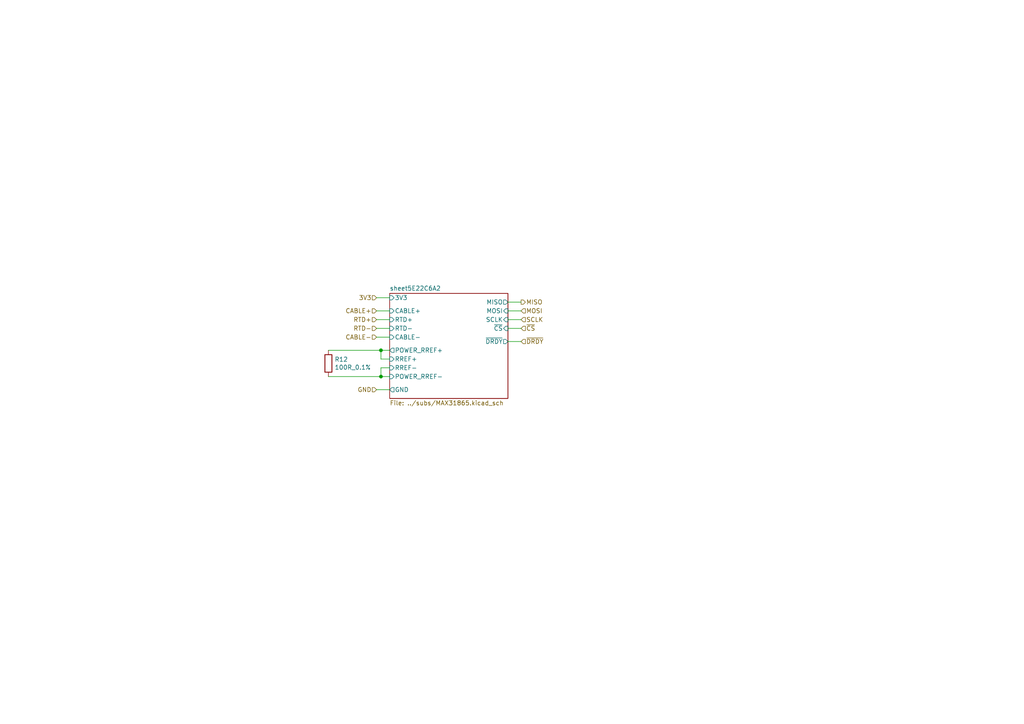
<source format=kicad_sch>
(kicad_sch (version 20211123) (generator eeschema)
  (paper "A4")
  (lib_symbols
    (symbol "Device:R" (pin_numbers hide) (pin_names (offset 0))
      (property "Reference" "R" (at 2.032 0 90))
      (property "Value" "R" (at 0 0 90))
      (symbol "R_0_1"
        (rectangle (start -1.016 -2.54) (end 1.016 2.54) (stroke (width 0.254)))
      )
      (symbol "R_1_1"
        (pin passive line (at 0 3.81 270) (length 1.27) (name "~") (number "1"))
        (pin passive line (at 0 -3.81 90) (length 1.27) (name "~") (number "2"))
      )
    )
  )
  (junction (at 110.49 101.6))
  (junction (at 110.49 109.22))
  (wire (pts (xy 109.22 113.03) (xy 113.03 113.03)))
  (wire (pts (xy 147.32 99.06) (xy 151.13 99.06)))
  (wire (pts (xy 109.22 97.79) (xy 113.03 97.79)))
  (wire (pts (xy 109.22 92.71) (xy 113.03 92.71)))
  (wire (pts (xy 113.03 101.6) (xy 110.49 101.6)))
  (wire (pts (xy 109.22 90.17) (xy 113.03 90.17)))
  (wire (pts (xy 109.22 95.25) (xy 113.03 95.25)))
  (wire (pts (xy 110.49 104.14) (xy 110.49 101.6)))
  (wire (pts (xy 110.49 109.22) (xy 95.25 109.22)))
  (wire (pts (xy 110.49 101.6) (xy 95.25 101.6)))
  (wire (pts (xy 113.03 106.68) (xy 110.49 106.68)))
  (wire (pts (xy 151.13 92.71) (xy 147.32 92.71)))
  (wire (pts (xy 109.22 86.36) (xy 113.03 86.36)))
  (wire (pts (xy 113.03 109.22) (xy 110.49 109.22)))
  (wire (pts (xy 113.03 104.14) (xy 110.49 104.14)))
  (wire (pts (xy 151.13 87.63) (xy 147.32 87.63)))
  (wire (pts (xy 147.32 90.17) (xy 151.13 90.17)))
  (wire (pts (xy 110.49 106.68) (xy 110.49 109.22)))
  (wire (pts (xy 147.32 95.25) (xy 151.13 95.25)))
  (hierarchical_label "RTD-" (shape input) (at 109.22 95.25 180))
  (hierarchical_label "~{CS}" (shape input) (at 151.13 95.25 0))
  (hierarchical_label "MOSI" (shape input) (at 151.13 90.17 0))
  (hierarchical_label "GND" (shape input) (at 109.22 113.03 180))
  (hierarchical_label "CABLE+" (shape input) (at 109.22 90.17 180))
  (hierarchical_label "SCLK" (shape input) (at 151.13 92.71 0))
  (hierarchical_label "3V3" (shape input) (at 109.22 86.36 180))
  (hierarchical_label "CABLE-" (shape input) (at 109.22 97.79 180))
  (hierarchical_label "~{DRDY}" (shape input) (at 151.13 99.06 0))
  (hierarchical_label "MISO" (shape output) (at 151.13 87.63 0))
  (hierarchical_label "RTD+" (shape input) (at 109.22 92.71 180))
  (symbol (lib_id "Device:R") (at 95.25 105.41 0) (unit 1)
    (property "Reference" "R12" (at 97.028 104.2416 0) (effects (justify left)))
    (property "Value" "100R_0.1%" (at 97.028 106.553 0) (effects (justify left)))
    (property "Footprint" "Resistor_SMD:R_0603_1608Metric" (effects hide))
  )
  (sheet (at 113.03 85.09) (size 34.29 30.48)
    (property "Sheet name" "sheet5E22C6A2" (at 113.03 84.3784 0) (effects (justify left bottom)))
    (property "Sheet file" "../subs/MAX31865.kicad_sch" (at 113.03 116.1546 0) (effects (justify left top)))
    (pin "CABLE+" input (at 113.03 90.17 180))
    (pin "RTD+" input (at 113.03 92.71 180))
    (pin "RTD-" input (at 113.03 95.25 180))
    (pin "CABLE-" input (at 113.03 97.79 180))
    (pin "MOSI" input (at 147.32 90.17 0))
    (pin "MISO" output (at 147.32 87.63 0))
    (pin "SCLK" input (at 147.32 92.71 0))
    (pin "~{CS}" input (at 147.32 95.25 0))
    (pin "3V3" input (at 113.03 86.36 180))
    (pin "GND" output (at 113.03 113.03 180))
    (pin "POWER_RREF+" output (at 113.03 101.6 180))
    (pin "~{DRDY}" output (at 147.32 99.06 0))
    (pin "RREF+" input (at 113.03 104.14 180))
    (pin "RREF-" input (at 113.03 106.68 180))
    (pin "POWER_RREF-" input (at 113.03 109.22 180))
  )
)
</source>
